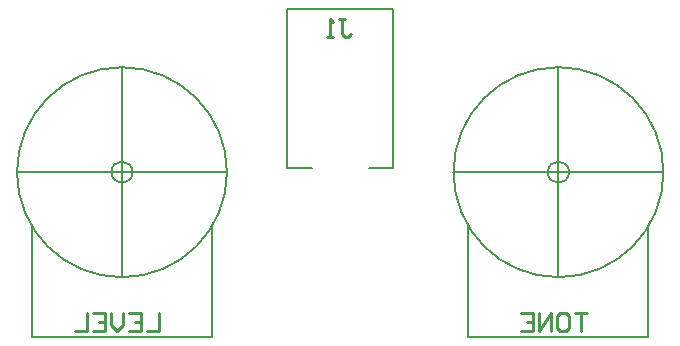
<source format=gbo>
G04*
G04 #@! TF.GenerationSoftware,Altium Limited,Altium Designer,19.0.12 (326)*
G04*
G04 Layer_Color=32896*
%FSLAX25Y25*%
%MOIN*%
G70*
G01*
G75*
%ADD11C,0.00500*%
%ADD12C,0.01000*%
%ADD14C,0.00800*%
D11*
X154000Y319937D02*
G03*
X189000Y284937I35000J0D01*
G01*
Y354937D02*
G03*
X154000Y319937I-0J-35000D01*
G01*
X189000Y354937D02*
G03*
X154000Y319937I-0J-35000D01*
G01*
Y319937D02*
G03*
X189000Y284937I35000J0D01*
G01*
D02*
G03*
X224000Y319937I0J35000D01*
G01*
Y319937D02*
G03*
X189000Y354937I-35000J0D01*
G01*
X224000Y319937D02*
G03*
X189000Y354937I-35000J0D01*
G01*
Y284937D02*
G03*
X224000Y319937I0J35000D01*
G01*
X192535D02*
G03*
X192535Y319937I-3535J0D01*
G01*
D02*
G03*
X192535Y319937I-3535J0D01*
G01*
X8500D02*
G03*
X43500Y284937I35000J0D01*
G01*
Y354937D02*
G03*
X8500Y319937I-0J-35000D01*
G01*
X43500Y354937D02*
G03*
X8500Y319937I-0J-35000D01*
G01*
Y319937D02*
G03*
X43500Y284937I35000J0D01*
G01*
D02*
G03*
X78500Y319937I0J35000D01*
G01*
Y319937D02*
G03*
X43500Y354937I-35000J0D01*
G01*
X78500Y319937D02*
G03*
X43500Y354937I-35000J0D01*
G01*
Y284937D02*
G03*
X78500Y319937I0J35000D01*
G01*
X47035D02*
G03*
X47035Y319937I-3535J0D01*
G01*
D02*
G03*
X47035Y319937I-3535J0D01*
G01*
X154000D02*
X224000D01*
X154000D02*
X224000D01*
X159000Y265000D02*
X219000D01*
X159000D02*
X219000D01*
X189000Y284937D02*
Y354937D01*
Y284937D02*
Y354937D01*
X159000Y265000D02*
Y302437D01*
Y265000D02*
Y302437D01*
X219000Y265000D02*
Y302437D01*
Y265000D02*
Y302437D01*
X8500Y319937D02*
X78500D01*
X8500D02*
X78500D01*
X13500Y265000D02*
X73500D01*
X13500D02*
X73500D01*
X43500Y284937D02*
Y354937D01*
Y284937D02*
Y354937D01*
X13500Y265000D02*
Y302437D01*
Y265000D02*
Y302437D01*
X73500Y265000D02*
Y302437D01*
Y265000D02*
Y302437D01*
D12*
X115951Y370998D02*
X117951D01*
X116951D01*
Y366000D01*
X117951Y365000D01*
X118950D01*
X119950Y366000D01*
X113952Y365000D02*
X111953D01*
X112952D01*
Y370998D01*
X113952Y369998D01*
X198500Y272998D02*
X194501D01*
X196501D01*
Y267000D01*
X189503Y272998D02*
X191502D01*
X192502Y271998D01*
Y268000D01*
X191502Y267000D01*
X189503D01*
X188503Y268000D01*
Y271998D01*
X189503Y272998D01*
X186504Y267000D02*
Y272998D01*
X182505Y267000D01*
Y272998D01*
X176507D02*
X180506D01*
Y267000D01*
X176507D01*
X180506Y269999D02*
X178507D01*
X56000Y272998D02*
Y267000D01*
X52001D01*
X46003Y272998D02*
X50002D01*
Y267000D01*
X46003D01*
X50002Y269999D02*
X48003D01*
X44004Y272998D02*
Y268999D01*
X42004Y267000D01*
X40005Y268999D01*
Y272998D01*
X34007D02*
X38006D01*
Y267000D01*
X34007D01*
X38006Y269999D02*
X36007D01*
X32008Y272998D02*
Y267000D01*
X28009D01*
D14*
X98533Y321278D02*
X106801D01*
X125699D02*
X133967D01*
Y324034D01*
X133950Y324015D02*
Y343390D01*
X98533Y321278D02*
Y374215D01*
X133967Y342538D02*
Y374215D01*
X98533D02*
X133967D01*
M02*

</source>
